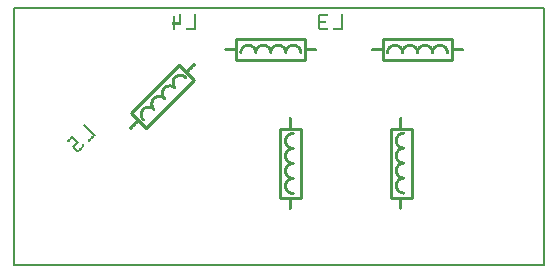
<source format=gbo>
G04 MADE WITH FRITZING*
G04 WWW.FRITZING.ORG*
G04 DOUBLE SIDED*
G04 HOLES PLATED*
G04 CONTOUR ON CENTER OF CONTOUR VECTOR*
%ASAXBY*%
%FSLAX23Y23*%
%MOIN*%
%OFA0B0*%
%SFA1.0B1.0*%
%ADD10R,1.771650X0.866142X1.755650X0.850142*%
%ADD11C,0.008000*%
%ADD12R,0.240000X0.080000X0.220000X0.060000*%
%ADD13C,0.010000*%
%ADD14R,0.080000X0.240000X0.060000X0.220000*%
%ADD15R,0.001000X0.001000*%
%LNSILK0*%
G90*
G70*
G54D11*
X4Y862D02*
X1768Y862D01*
X1768Y4D01*
X4Y4D01*
X4Y862D01*
D02*
G54D13*
X744Y757D02*
X974Y757D01*
X974Y687D01*
X744Y687D01*
X744Y757D01*
D02*
X1233Y757D02*
X1463Y757D01*
X1463Y687D01*
X1233Y687D01*
X1233Y757D01*
D02*
X1258Y459D02*
X1328Y459D01*
X1328Y229D01*
X1258Y229D01*
X1258Y459D01*
D02*
X888Y458D02*
X958Y458D01*
X958Y228D01*
X888Y228D01*
X888Y458D01*
D02*
X554Y672D02*
X604Y623D01*
X441Y460D01*
X392Y510D01*
X554Y672D01*
D02*
G54D15*
X554Y842D02*
X557Y842D01*
X606Y842D02*
X608Y842D01*
X1021Y842D02*
X1047Y842D01*
X1096Y842D02*
X1096Y842D01*
X553Y841D02*
X558Y841D01*
X605Y841D02*
X609Y841D01*
X1019Y841D02*
X1048Y841D01*
X1094Y841D02*
X1098Y841D01*
X553Y840D02*
X558Y840D01*
X604Y840D02*
X610Y840D01*
X1018Y840D02*
X1049Y840D01*
X1094Y840D02*
X1099Y840D01*
X553Y839D02*
X559Y839D01*
X604Y839D02*
X610Y839D01*
X1017Y839D02*
X1049Y839D01*
X1093Y839D02*
X1099Y839D01*
X553Y838D02*
X559Y838D01*
X604Y838D02*
X610Y838D01*
X1016Y838D02*
X1049Y838D01*
X1093Y838D02*
X1099Y838D01*
X553Y837D02*
X559Y837D01*
X604Y837D02*
X610Y837D01*
X1016Y837D02*
X1049Y837D01*
X1093Y837D02*
X1099Y837D01*
X534Y836D02*
X536Y836D01*
X553Y836D02*
X559Y836D01*
X604Y836D02*
X610Y836D01*
X1016Y836D02*
X1048Y836D01*
X1093Y836D02*
X1099Y836D01*
X533Y835D02*
X537Y835D01*
X553Y835D02*
X559Y835D01*
X604Y835D02*
X610Y835D01*
X1016Y835D02*
X1022Y835D01*
X1093Y835D02*
X1099Y835D01*
X532Y834D02*
X538Y834D01*
X553Y834D02*
X559Y834D01*
X604Y834D02*
X610Y834D01*
X1016Y834D02*
X1022Y834D01*
X1093Y834D02*
X1099Y834D01*
X532Y833D02*
X538Y833D01*
X553Y833D02*
X559Y833D01*
X604Y833D02*
X610Y833D01*
X1016Y833D02*
X1022Y833D01*
X1093Y833D02*
X1099Y833D01*
X532Y832D02*
X538Y832D01*
X553Y832D02*
X559Y832D01*
X604Y832D02*
X610Y832D01*
X1016Y832D02*
X1022Y832D01*
X1093Y832D02*
X1099Y832D01*
X532Y831D02*
X538Y831D01*
X553Y831D02*
X559Y831D01*
X604Y831D02*
X610Y831D01*
X1016Y831D02*
X1022Y831D01*
X1093Y831D02*
X1099Y831D01*
X532Y830D02*
X538Y830D01*
X553Y830D02*
X559Y830D01*
X604Y830D02*
X610Y830D01*
X1016Y830D02*
X1022Y830D01*
X1093Y830D02*
X1099Y830D01*
X532Y829D02*
X538Y829D01*
X553Y829D02*
X559Y829D01*
X604Y829D02*
X610Y829D01*
X1016Y829D02*
X1022Y829D01*
X1093Y829D02*
X1099Y829D01*
X532Y828D02*
X538Y828D01*
X553Y828D02*
X559Y828D01*
X604Y828D02*
X610Y828D01*
X1016Y828D02*
X1022Y828D01*
X1093Y828D02*
X1099Y828D01*
X532Y827D02*
X538Y827D01*
X553Y827D02*
X559Y827D01*
X604Y827D02*
X610Y827D01*
X1016Y827D02*
X1022Y827D01*
X1093Y827D02*
X1099Y827D01*
X532Y826D02*
X538Y826D01*
X553Y826D02*
X559Y826D01*
X604Y826D02*
X610Y826D01*
X1016Y826D02*
X1022Y826D01*
X1093Y826D02*
X1099Y826D01*
X532Y825D02*
X538Y825D01*
X553Y825D02*
X559Y825D01*
X604Y825D02*
X610Y825D01*
X1016Y825D02*
X1022Y825D01*
X1093Y825D02*
X1099Y825D01*
X532Y824D02*
X538Y824D01*
X553Y824D02*
X559Y824D01*
X604Y824D02*
X610Y824D01*
X1016Y824D02*
X1022Y824D01*
X1093Y824D02*
X1099Y824D01*
X532Y823D02*
X538Y823D01*
X553Y823D02*
X559Y823D01*
X604Y823D02*
X610Y823D01*
X1016Y823D02*
X1022Y823D01*
X1093Y823D02*
X1099Y823D01*
X532Y822D02*
X538Y822D01*
X553Y822D02*
X559Y822D01*
X604Y822D02*
X610Y822D01*
X1016Y822D02*
X1022Y822D01*
X1093Y822D02*
X1099Y822D01*
X532Y821D02*
X538Y821D01*
X553Y821D02*
X559Y821D01*
X604Y821D02*
X610Y821D01*
X1016Y821D02*
X1022Y821D01*
X1093Y821D02*
X1099Y821D01*
X532Y820D02*
X538Y820D01*
X553Y820D02*
X559Y820D01*
X604Y820D02*
X610Y820D01*
X1016Y820D02*
X1022Y820D01*
X1093Y820D02*
X1099Y820D01*
X532Y819D02*
X538Y819D01*
X553Y819D02*
X559Y819D01*
X604Y819D02*
X610Y819D01*
X1016Y819D02*
X1024Y819D01*
X1093Y819D02*
X1099Y819D01*
X532Y818D02*
X538Y818D01*
X553Y818D02*
X559Y818D01*
X604Y818D02*
X610Y818D01*
X1017Y818D02*
X1041Y818D01*
X1093Y818D02*
X1099Y818D01*
X532Y817D02*
X538Y817D01*
X553Y817D02*
X559Y817D01*
X604Y817D02*
X610Y817D01*
X1017Y817D02*
X1042Y817D01*
X1093Y817D02*
X1099Y817D01*
X532Y816D02*
X538Y816D01*
X553Y816D02*
X559Y816D01*
X604Y816D02*
X610Y816D01*
X1018Y816D02*
X1042Y816D01*
X1093Y816D02*
X1099Y816D01*
X532Y815D02*
X538Y815D01*
X553Y815D02*
X559Y815D01*
X604Y815D02*
X610Y815D01*
X1018Y815D02*
X1042Y815D01*
X1093Y815D02*
X1099Y815D01*
X532Y814D02*
X538Y814D01*
X553Y814D02*
X559Y814D01*
X604Y814D02*
X610Y814D01*
X1018Y814D02*
X1042Y814D01*
X1093Y814D02*
X1099Y814D01*
X531Y813D02*
X559Y813D01*
X604Y813D02*
X610Y813D01*
X1017Y813D02*
X1042Y813D01*
X1093Y813D02*
X1099Y813D01*
X529Y812D02*
X559Y812D01*
X604Y812D02*
X610Y812D01*
X1016Y812D02*
X1040Y812D01*
X1093Y812D02*
X1099Y812D01*
X529Y811D02*
X559Y811D01*
X604Y811D02*
X610Y811D01*
X1016Y811D02*
X1023Y811D01*
X1093Y811D02*
X1099Y811D01*
X528Y810D02*
X559Y810D01*
X604Y810D02*
X610Y810D01*
X1016Y810D02*
X1022Y810D01*
X1093Y810D02*
X1099Y810D01*
X528Y809D02*
X559Y809D01*
X604Y809D02*
X610Y809D01*
X1016Y809D02*
X1022Y809D01*
X1093Y809D02*
X1099Y809D01*
X529Y808D02*
X559Y808D01*
X604Y808D02*
X610Y808D01*
X1016Y808D02*
X1022Y808D01*
X1093Y808D02*
X1099Y808D01*
X530Y807D02*
X559Y807D01*
X604Y807D02*
X610Y807D01*
X1016Y807D02*
X1022Y807D01*
X1093Y807D02*
X1099Y807D01*
X532Y806D02*
X538Y806D01*
X604Y806D02*
X610Y806D01*
X1016Y806D02*
X1022Y806D01*
X1093Y806D02*
X1099Y806D01*
X532Y805D02*
X538Y805D01*
X604Y805D02*
X610Y805D01*
X1016Y805D02*
X1022Y805D01*
X1093Y805D02*
X1099Y805D01*
X532Y804D02*
X538Y804D01*
X604Y804D02*
X610Y804D01*
X1016Y804D02*
X1022Y804D01*
X1093Y804D02*
X1099Y804D01*
X532Y803D02*
X538Y803D01*
X604Y803D02*
X610Y803D01*
X1016Y803D02*
X1022Y803D01*
X1093Y803D02*
X1099Y803D01*
X532Y802D02*
X538Y802D01*
X604Y802D02*
X610Y802D01*
X1016Y802D02*
X1022Y802D01*
X1093Y802D02*
X1099Y802D01*
X532Y801D02*
X538Y801D01*
X604Y801D02*
X610Y801D01*
X1016Y801D02*
X1022Y801D01*
X1093Y801D02*
X1099Y801D01*
X532Y800D02*
X538Y800D01*
X604Y800D02*
X610Y800D01*
X1016Y800D02*
X1022Y800D01*
X1093Y800D02*
X1099Y800D01*
X532Y799D02*
X538Y799D01*
X604Y799D02*
X610Y799D01*
X1016Y799D02*
X1022Y799D01*
X1093Y799D02*
X1099Y799D01*
X532Y798D02*
X538Y798D01*
X604Y798D02*
X610Y798D01*
X1016Y798D02*
X1022Y798D01*
X1093Y798D02*
X1099Y798D01*
X532Y797D02*
X538Y797D01*
X604Y797D02*
X610Y797D01*
X1016Y797D02*
X1022Y797D01*
X1093Y797D02*
X1099Y797D01*
X532Y796D02*
X538Y796D01*
X604Y796D02*
X610Y796D01*
X1016Y796D02*
X1022Y796D01*
X1093Y796D02*
X1099Y796D01*
X532Y795D02*
X538Y795D01*
X579Y795D02*
X610Y795D01*
X1016Y795D02*
X1022Y795D01*
X1093Y795D02*
X1099Y795D01*
X532Y794D02*
X538Y794D01*
X577Y794D02*
X610Y794D01*
X1016Y794D02*
X1048Y794D01*
X1067Y794D02*
X1099Y794D01*
X532Y793D02*
X538Y793D01*
X577Y793D02*
X610Y793D01*
X1016Y793D02*
X1049Y793D01*
X1066Y793D02*
X1099Y793D01*
X532Y792D02*
X538Y792D01*
X577Y792D02*
X610Y792D01*
X1016Y792D02*
X1049Y792D01*
X1066Y792D02*
X1099Y792D01*
X532Y791D02*
X538Y791D01*
X577Y791D02*
X610Y791D01*
X1017Y791D02*
X1049Y791D01*
X1066Y791D02*
X1099Y791D01*
X532Y790D02*
X537Y790D01*
X577Y790D02*
X610Y790D01*
X1018Y790D02*
X1049Y790D01*
X1066Y790D02*
X1099Y790D01*
X533Y789D02*
X536Y789D01*
X578Y789D02*
X610Y789D01*
X1019Y789D02*
X1048Y789D01*
X1067Y789D02*
X1099Y789D01*
X1023Y788D02*
X1046Y788D01*
X1069Y788D02*
X1099Y788D01*
X778Y742D02*
X789Y742D01*
X828Y742D02*
X839Y742D01*
X878Y742D02*
X889Y742D01*
X928Y742D02*
X939Y742D01*
X1269Y742D02*
X1276Y742D01*
X1319Y742D02*
X1326Y742D01*
X1369Y742D02*
X1376Y742D01*
X1419Y742D02*
X1426Y742D01*
X775Y741D02*
X792Y741D01*
X825Y741D02*
X842Y741D01*
X875Y741D02*
X892Y741D01*
X924Y741D02*
X942Y741D01*
X1265Y741D02*
X1280Y741D01*
X1315Y741D02*
X1330Y741D01*
X1365Y741D02*
X1380Y741D01*
X1415Y741D02*
X1430Y741D01*
X772Y740D02*
X795Y740D01*
X822Y740D02*
X845Y740D01*
X872Y740D02*
X895Y740D01*
X922Y740D02*
X945Y740D01*
X1262Y740D02*
X1283Y740D01*
X1312Y740D02*
X1333Y740D01*
X1362Y740D02*
X1383Y740D01*
X1412Y740D02*
X1433Y740D01*
X770Y739D02*
X797Y739D01*
X820Y739D02*
X847Y739D01*
X870Y739D02*
X897Y739D01*
X920Y739D02*
X947Y739D01*
X1260Y739D02*
X1285Y739D01*
X1310Y739D02*
X1335Y739D01*
X1360Y739D02*
X1385Y739D01*
X1410Y739D02*
X1435Y739D01*
X768Y738D02*
X799Y738D01*
X818Y738D02*
X849Y738D01*
X868Y738D02*
X899Y738D01*
X918Y738D02*
X949Y738D01*
X1258Y738D02*
X1287Y738D01*
X1308Y738D02*
X1337Y738D01*
X1358Y738D02*
X1387Y738D01*
X1408Y738D02*
X1437Y738D01*
X767Y737D02*
X800Y737D01*
X817Y737D02*
X850Y737D01*
X867Y737D02*
X900Y737D01*
X917Y737D02*
X950Y737D01*
X1256Y737D02*
X1289Y737D01*
X1306Y737D02*
X1339Y737D01*
X1356Y737D02*
X1389Y737D01*
X1406Y737D02*
X1439Y737D01*
X765Y736D02*
X802Y736D01*
X815Y736D02*
X852Y736D01*
X865Y736D02*
X902Y736D01*
X915Y736D02*
X952Y736D01*
X1255Y736D02*
X1290Y736D01*
X1305Y736D02*
X1340Y736D01*
X1355Y736D02*
X1390Y736D01*
X1405Y736D02*
X1440Y736D01*
X764Y735D02*
X803Y735D01*
X814Y735D02*
X853Y735D01*
X864Y735D02*
X903Y735D01*
X914Y735D02*
X953Y735D01*
X1253Y735D02*
X1292Y735D01*
X1303Y735D02*
X1342Y735D01*
X1353Y735D02*
X1392Y735D01*
X1403Y735D02*
X1442Y735D01*
X763Y734D02*
X804Y734D01*
X813Y734D02*
X854Y734D01*
X863Y734D02*
X904Y734D01*
X913Y734D02*
X954Y734D01*
X1252Y734D02*
X1293Y734D01*
X1302Y734D02*
X1343Y734D01*
X1352Y734D02*
X1393Y734D01*
X1402Y734D02*
X1443Y734D01*
X762Y733D02*
X805Y733D01*
X812Y733D02*
X855Y733D01*
X862Y733D02*
X905Y733D01*
X912Y733D02*
X955Y733D01*
X1251Y733D02*
X1294Y733D01*
X1301Y733D02*
X1344Y733D01*
X1351Y733D02*
X1394Y733D01*
X1401Y733D02*
X1444Y733D01*
X761Y732D02*
X778Y732D01*
X789Y732D02*
X806Y732D01*
X811Y732D02*
X828Y732D01*
X839Y732D02*
X856Y732D01*
X861Y732D02*
X878Y732D01*
X889Y732D02*
X906Y732D01*
X911Y732D02*
X928Y732D01*
X939Y732D02*
X956Y732D01*
X1250Y732D02*
X1269Y732D01*
X1276Y732D02*
X1295Y732D01*
X1300Y732D02*
X1319Y732D01*
X1326Y732D02*
X1345Y732D01*
X1350Y732D02*
X1369Y732D01*
X1376Y732D02*
X1395Y732D01*
X1400Y732D02*
X1419Y732D01*
X1426Y732D02*
X1445Y732D01*
X760Y731D02*
X775Y731D01*
X792Y731D02*
X807Y731D01*
X810Y731D02*
X825Y731D01*
X842Y731D02*
X857Y731D01*
X860Y731D02*
X875Y731D01*
X892Y731D02*
X907Y731D01*
X910Y731D02*
X925Y731D01*
X942Y731D02*
X957Y731D01*
X1250Y731D02*
X1265Y731D01*
X1280Y731D02*
X1295Y731D01*
X1300Y731D02*
X1315Y731D01*
X1330Y731D02*
X1345Y731D01*
X1350Y731D02*
X1365Y731D01*
X1380Y731D02*
X1395Y731D01*
X1400Y731D02*
X1415Y731D01*
X1430Y731D02*
X1445Y731D01*
X760Y730D02*
X773Y730D01*
X794Y730D02*
X807Y730D01*
X810Y730D02*
X823Y730D01*
X844Y730D02*
X857Y730D01*
X860Y730D02*
X873Y730D01*
X894Y730D02*
X907Y730D01*
X910Y730D02*
X923Y730D01*
X944Y730D02*
X957Y730D01*
X1249Y730D02*
X1263Y730D01*
X1282Y730D02*
X1296Y730D01*
X1299Y730D02*
X1313Y730D01*
X1332Y730D02*
X1346Y730D01*
X1349Y730D02*
X1363Y730D01*
X1382Y730D02*
X1396Y730D01*
X1399Y730D02*
X1413Y730D01*
X1432Y730D02*
X1446Y730D01*
X759Y729D02*
X771Y729D01*
X795Y729D02*
X821Y729D01*
X845Y729D02*
X871Y729D01*
X895Y729D02*
X921Y729D01*
X945Y729D02*
X958Y729D01*
X1248Y729D02*
X1261Y729D01*
X1284Y729D02*
X1311Y729D01*
X1334Y729D02*
X1361Y729D01*
X1384Y729D02*
X1411Y729D01*
X1434Y729D02*
X1447Y729D01*
X758Y728D02*
X770Y728D01*
X797Y728D02*
X820Y728D01*
X847Y728D02*
X870Y728D01*
X897Y728D02*
X920Y728D01*
X947Y728D02*
X959Y728D01*
X1248Y728D02*
X1260Y728D01*
X1285Y728D02*
X1310Y728D01*
X1335Y728D02*
X1360Y728D01*
X1385Y728D02*
X1410Y728D01*
X1435Y728D02*
X1447Y728D01*
X707Y727D02*
X740Y727D01*
X758Y727D02*
X769Y727D01*
X798Y727D02*
X819Y727D01*
X848Y727D02*
X869Y727D01*
X898Y727D02*
X919Y727D01*
X948Y727D02*
X959Y727D01*
X977Y727D02*
X1010Y727D01*
X1197Y727D02*
X1229Y727D01*
X1247Y727D02*
X1259Y727D01*
X1286Y727D02*
X1309Y727D01*
X1336Y727D02*
X1359Y727D01*
X1386Y727D02*
X1408Y727D01*
X1436Y727D02*
X1448Y727D01*
X1466Y727D02*
X1498Y727D01*
X705Y726D02*
X742Y726D01*
X757Y726D02*
X768Y726D01*
X799Y726D02*
X818Y726D01*
X849Y726D02*
X868Y726D01*
X899Y726D02*
X918Y726D01*
X949Y726D02*
X960Y726D01*
X975Y726D02*
X1012Y726D01*
X1195Y726D02*
X1230Y726D01*
X1246Y726D02*
X1258Y726D01*
X1288Y726D02*
X1307Y726D01*
X1337Y726D02*
X1357Y726D01*
X1387Y726D02*
X1407Y726D01*
X1437Y726D02*
X1449Y726D01*
X1465Y726D02*
X1500Y726D01*
X705Y725D02*
X742Y725D01*
X757Y725D02*
X767Y725D01*
X800Y725D02*
X817Y725D01*
X850Y725D02*
X867Y725D01*
X900Y725D02*
X917Y725D01*
X950Y725D02*
X960Y725D01*
X975Y725D02*
X1012Y725D01*
X1194Y725D02*
X1231Y725D01*
X1246Y725D02*
X1257Y725D01*
X1288Y725D02*
X1307Y725D01*
X1338Y725D02*
X1357Y725D01*
X1388Y725D02*
X1407Y725D01*
X1438Y725D02*
X1449Y725D01*
X1464Y725D02*
X1501Y725D01*
X704Y724D02*
X743Y724D01*
X756Y724D02*
X767Y724D01*
X800Y724D02*
X816Y724D01*
X850Y724D02*
X866Y724D01*
X900Y724D02*
X916Y724D01*
X950Y724D02*
X961Y724D01*
X974Y724D02*
X1013Y724D01*
X1193Y724D02*
X1232Y724D01*
X1246Y724D02*
X1256Y724D01*
X1289Y724D02*
X1306Y724D01*
X1339Y724D02*
X1356Y724D01*
X1389Y724D02*
X1406Y724D01*
X1439Y724D02*
X1449Y724D01*
X1463Y724D02*
X1502Y724D01*
X704Y723D02*
X743Y723D01*
X756Y723D02*
X766Y723D01*
X801Y723D02*
X816Y723D01*
X851Y723D02*
X866Y723D01*
X901Y723D02*
X916Y723D01*
X951Y723D02*
X961Y723D01*
X974Y723D02*
X1013Y723D01*
X1193Y723D02*
X1232Y723D01*
X1245Y723D02*
X1255Y723D01*
X1290Y723D02*
X1305Y723D01*
X1340Y723D02*
X1355Y723D01*
X1390Y723D02*
X1405Y723D01*
X1440Y723D02*
X1450Y723D01*
X1463Y723D02*
X1502Y723D01*
X704Y722D02*
X743Y722D01*
X756Y722D02*
X765Y722D01*
X802Y722D02*
X815Y722D01*
X852Y722D02*
X865Y722D01*
X902Y722D02*
X915Y722D01*
X952Y722D02*
X961Y722D01*
X974Y722D02*
X1013Y722D01*
X1193Y722D02*
X1232Y722D01*
X1245Y722D02*
X1255Y722D01*
X1290Y722D02*
X1305Y722D01*
X1340Y722D02*
X1355Y722D01*
X1390Y722D02*
X1404Y722D01*
X1440Y722D02*
X1450Y722D01*
X1463Y722D02*
X1502Y722D01*
X704Y721D02*
X743Y721D01*
X755Y721D02*
X765Y721D01*
X802Y721D02*
X815Y721D01*
X852Y721D02*
X865Y721D01*
X902Y721D02*
X915Y721D01*
X952Y721D02*
X962Y721D01*
X974Y721D02*
X1013Y721D01*
X1193Y721D02*
X1232Y721D01*
X1244Y721D02*
X1254Y721D01*
X1291Y721D02*
X1304Y721D01*
X1341Y721D02*
X1354Y721D01*
X1391Y721D02*
X1404Y721D01*
X1441Y721D02*
X1451Y721D01*
X1463Y721D02*
X1502Y721D01*
X705Y720D02*
X742Y720D01*
X755Y720D02*
X764Y720D01*
X803Y720D02*
X814Y720D01*
X853Y720D02*
X864Y720D01*
X903Y720D02*
X914Y720D01*
X953Y720D02*
X962Y720D01*
X975Y720D02*
X1012Y720D01*
X1194Y720D02*
X1231Y720D01*
X1244Y720D02*
X1253Y720D01*
X1292Y720D02*
X1303Y720D01*
X1342Y720D02*
X1353Y720D01*
X1392Y720D02*
X1403Y720D01*
X1441Y720D02*
X1451Y720D01*
X1464Y720D02*
X1501Y720D01*
X706Y719D02*
X741Y719D01*
X755Y719D02*
X764Y719D01*
X803Y719D02*
X814Y719D01*
X853Y719D02*
X864Y719D01*
X903Y719D02*
X914Y719D01*
X953Y719D02*
X962Y719D01*
X976Y719D02*
X1011Y719D01*
X1194Y719D02*
X1231Y719D01*
X1244Y719D02*
X1253Y719D01*
X1292Y719D02*
X1303Y719D01*
X1342Y719D02*
X1353Y719D01*
X1392Y719D02*
X1403Y719D01*
X1442Y719D02*
X1451Y719D01*
X1464Y719D02*
X1501Y719D01*
X707Y718D02*
X740Y718D01*
X755Y718D02*
X764Y718D01*
X803Y718D02*
X814Y718D01*
X853Y718D02*
X864Y718D01*
X903Y718D02*
X914Y718D01*
X953Y718D02*
X962Y718D01*
X977Y718D02*
X1010Y718D01*
X1196Y718D02*
X1229Y718D01*
X1244Y718D02*
X1253Y718D01*
X1292Y718D02*
X1303Y718D01*
X1342Y718D02*
X1353Y718D01*
X1392Y718D02*
X1403Y718D01*
X1442Y718D02*
X1451Y718D01*
X1466Y718D02*
X1499Y718D01*
X754Y717D02*
X763Y717D01*
X804Y717D02*
X813Y717D01*
X854Y717D02*
X863Y717D01*
X903Y717D02*
X913Y717D01*
X953Y717D02*
X963Y717D01*
X1243Y717D02*
X1253Y717D01*
X1292Y717D02*
X1303Y717D01*
X1342Y717D02*
X1353Y717D01*
X1392Y717D02*
X1403Y717D01*
X1442Y717D02*
X1452Y717D01*
X754Y716D02*
X763Y716D01*
X804Y716D02*
X813Y716D01*
X854Y716D02*
X863Y716D01*
X904Y716D02*
X913Y716D01*
X954Y716D02*
X963Y716D01*
X1243Y716D02*
X1252Y716D01*
X1293Y716D02*
X1302Y716D01*
X1343Y716D02*
X1352Y716D01*
X1393Y716D02*
X1402Y716D01*
X1443Y716D02*
X1452Y716D01*
X754Y715D02*
X763Y715D01*
X804Y715D02*
X813Y715D01*
X854Y715D02*
X863Y715D01*
X904Y715D02*
X913Y715D01*
X954Y715D02*
X963Y715D01*
X1243Y715D02*
X1252Y715D01*
X1293Y715D02*
X1302Y715D01*
X1343Y715D02*
X1352Y715D01*
X1393Y715D02*
X1402Y715D01*
X1443Y715D02*
X1452Y715D01*
X754Y714D02*
X763Y714D01*
X804Y714D02*
X813Y714D01*
X854Y714D02*
X863Y714D01*
X904Y714D02*
X913Y714D01*
X954Y714D02*
X963Y714D01*
X1243Y714D02*
X1252Y714D01*
X1293Y714D02*
X1302Y714D01*
X1343Y714D02*
X1352Y714D01*
X1393Y714D02*
X1402Y714D01*
X1443Y714D02*
X1452Y714D01*
X754Y713D02*
X763Y713D01*
X804Y713D02*
X813Y713D01*
X854Y713D02*
X863Y713D01*
X904Y713D02*
X913Y713D01*
X954Y713D02*
X963Y713D01*
X1243Y713D02*
X1252Y713D01*
X1293Y713D02*
X1302Y713D01*
X1343Y713D02*
X1352Y713D01*
X1393Y713D02*
X1402Y713D01*
X1443Y713D02*
X1452Y713D01*
X754Y712D02*
X763Y712D01*
X804Y712D02*
X813Y712D01*
X854Y712D02*
X863Y712D01*
X904Y712D02*
X913Y712D01*
X954Y712D02*
X963Y712D01*
X1243Y712D02*
X1252Y712D01*
X1293Y712D02*
X1302Y712D01*
X1343Y712D02*
X1352Y712D01*
X1393Y712D02*
X1402Y712D01*
X1443Y712D02*
X1452Y712D01*
X754Y711D02*
X763Y711D01*
X804Y711D02*
X813Y711D01*
X854Y711D02*
X863Y711D01*
X904Y711D02*
X913Y711D01*
X954Y711D02*
X963Y711D01*
X1243Y711D02*
X1252Y711D01*
X1293Y711D02*
X1302Y711D01*
X1343Y711D02*
X1352Y711D01*
X1393Y711D02*
X1402Y711D01*
X1443Y711D02*
X1452Y711D01*
X755Y710D02*
X762Y710D01*
X805Y710D02*
X812Y710D01*
X855Y710D02*
X862Y710D01*
X905Y710D02*
X912Y710D01*
X955Y710D02*
X962Y710D01*
X1244Y710D02*
X1251Y710D01*
X1294Y710D02*
X1301Y710D01*
X1344Y710D02*
X1351Y710D01*
X1394Y710D02*
X1401Y710D01*
X1444Y710D02*
X1451Y710D01*
X756Y709D02*
X761Y709D01*
X806Y709D02*
X811Y709D01*
X856Y709D02*
X861Y709D01*
X906Y709D02*
X911Y709D01*
X956Y709D02*
X961Y709D01*
X1244Y709D02*
X1251Y709D01*
X1294Y709D02*
X1301Y709D01*
X1344Y709D02*
X1351Y709D01*
X1394Y709D02*
X1401Y709D01*
X1444Y709D02*
X1451Y709D01*
X757Y708D02*
X760Y708D01*
X807Y708D02*
X810Y708D01*
X857Y708D02*
X860Y708D01*
X907Y708D02*
X910Y708D01*
X957Y708D02*
X960Y708D01*
X1246Y708D02*
X1249Y708D01*
X1296Y708D02*
X1299Y708D01*
X1346Y708D02*
X1349Y708D01*
X1396Y708D02*
X1399Y708D01*
X1446Y708D02*
X1449Y708D01*
X601Y677D02*
X605Y677D01*
X600Y676D02*
X606Y676D01*
X599Y675D02*
X607Y675D01*
X598Y674D02*
X607Y674D01*
X597Y673D02*
X607Y673D01*
X596Y672D02*
X607Y672D01*
X595Y671D02*
X607Y671D01*
X594Y670D02*
X607Y670D01*
X593Y669D02*
X606Y669D01*
X592Y668D02*
X605Y668D01*
X591Y667D02*
X604Y667D01*
X590Y666D02*
X603Y666D01*
X589Y665D02*
X602Y665D01*
X588Y664D02*
X601Y664D01*
X587Y663D02*
X600Y663D01*
X586Y662D02*
X599Y662D01*
X585Y661D02*
X598Y661D01*
X584Y660D02*
X597Y660D01*
X583Y659D02*
X596Y659D01*
X582Y658D02*
X595Y658D01*
X581Y657D02*
X594Y657D01*
X580Y656D02*
X593Y656D01*
X579Y655D02*
X592Y655D01*
X578Y654D02*
X591Y654D01*
X578Y653D02*
X590Y653D01*
X577Y652D02*
X589Y652D01*
X577Y651D02*
X588Y651D01*
X578Y650D02*
X587Y650D01*
X578Y649D02*
X586Y649D01*
X579Y648D02*
X585Y648D01*
X580Y647D02*
X583Y647D01*
X552Y642D02*
X562Y642D01*
X548Y641D02*
X566Y641D01*
X546Y640D02*
X568Y640D01*
X544Y639D02*
X571Y639D01*
X542Y638D02*
X572Y638D01*
X540Y637D02*
X574Y637D01*
X539Y636D02*
X575Y636D01*
X538Y635D02*
X576Y635D01*
X537Y634D02*
X578Y634D01*
X536Y633D02*
X578Y633D01*
X535Y632D02*
X552Y632D01*
X562Y632D02*
X579Y632D01*
X534Y631D02*
X549Y631D01*
X566Y631D02*
X579Y631D01*
X533Y630D02*
X547Y630D01*
X567Y630D02*
X579Y630D01*
X533Y629D02*
X545Y629D01*
X569Y629D02*
X579Y629D01*
X532Y628D02*
X544Y628D01*
X570Y628D02*
X579Y628D01*
X531Y627D02*
X543Y627D01*
X571Y627D02*
X578Y627D01*
X531Y626D02*
X542Y626D01*
X573Y626D02*
X577Y626D01*
X530Y625D02*
X541Y625D01*
X530Y624D02*
X540Y624D01*
X530Y623D02*
X540Y623D01*
X529Y622D02*
X539Y622D01*
X529Y621D02*
X538Y621D01*
X529Y620D02*
X538Y620D01*
X528Y619D02*
X538Y619D01*
X528Y618D02*
X537Y618D01*
X528Y617D02*
X537Y617D01*
X528Y616D02*
X537Y616D01*
X528Y615D02*
X537Y615D01*
X528Y614D02*
X537Y614D01*
X528Y613D02*
X537Y613D01*
X528Y612D02*
X537Y612D01*
X528Y611D02*
X537Y611D01*
X528Y610D02*
X537Y610D01*
X528Y609D02*
X537Y609D01*
X528Y608D02*
X537Y608D01*
X519Y607D02*
X525Y607D01*
X528Y607D02*
X537Y607D01*
X514Y606D02*
X538Y606D01*
X511Y605D02*
X538Y605D01*
X509Y604D02*
X539Y604D01*
X507Y603D02*
X539Y603D01*
X505Y602D02*
X540Y602D01*
X504Y601D02*
X540Y601D01*
X503Y600D02*
X541Y600D01*
X502Y599D02*
X542Y599D01*
X501Y598D02*
X543Y598D01*
X500Y597D02*
X519Y597D01*
X525Y597D02*
X543Y597D01*
X499Y596D02*
X514Y596D01*
X529Y596D02*
X544Y596D01*
X498Y595D02*
X512Y595D01*
X531Y595D02*
X544Y595D01*
X497Y594D02*
X510Y594D01*
X533Y594D02*
X544Y594D01*
X497Y593D02*
X509Y593D01*
X534Y593D02*
X543Y593D01*
X496Y592D02*
X508Y592D01*
X536Y592D02*
X543Y592D01*
X496Y591D02*
X507Y591D01*
X537Y591D02*
X542Y591D01*
X495Y590D02*
X506Y590D01*
X539Y590D02*
X539Y590D01*
X495Y589D02*
X505Y589D01*
X494Y588D02*
X504Y588D01*
X494Y587D02*
X504Y587D01*
X494Y586D02*
X503Y586D01*
X493Y585D02*
X503Y585D01*
X493Y584D02*
X502Y584D01*
X493Y583D02*
X502Y583D01*
X493Y582D02*
X502Y582D01*
X493Y581D02*
X502Y581D01*
X492Y580D02*
X501Y580D01*
X492Y579D02*
X501Y579D01*
X492Y578D02*
X501Y578D01*
X492Y577D02*
X501Y577D01*
X492Y576D02*
X501Y576D01*
X492Y575D02*
X501Y575D01*
X492Y574D02*
X502Y574D01*
X493Y573D02*
X502Y573D01*
X493Y572D02*
X502Y572D01*
X480Y571D02*
X502Y571D01*
X477Y570D02*
X503Y570D01*
X474Y569D02*
X503Y569D01*
X472Y568D02*
X504Y568D01*
X471Y567D02*
X504Y567D01*
X469Y566D02*
X505Y566D01*
X468Y565D02*
X506Y565D01*
X467Y564D02*
X506Y564D01*
X466Y563D02*
X507Y563D01*
X465Y562D02*
X508Y562D01*
X464Y561D02*
X480Y561D01*
X493Y561D02*
X508Y561D01*
X463Y560D02*
X477Y560D01*
X495Y560D02*
X509Y560D01*
X462Y559D02*
X476Y559D01*
X497Y559D02*
X508Y559D01*
X462Y558D02*
X474Y558D01*
X499Y558D02*
X508Y558D01*
X461Y557D02*
X473Y557D01*
X500Y557D02*
X508Y557D01*
X461Y556D02*
X472Y556D01*
X501Y556D02*
X507Y556D01*
X460Y555D02*
X471Y555D01*
X503Y555D02*
X506Y555D01*
X460Y554D02*
X470Y554D01*
X459Y553D02*
X469Y553D01*
X459Y552D02*
X469Y552D01*
X458Y551D02*
X468Y551D01*
X458Y550D02*
X468Y550D01*
X458Y549D02*
X467Y549D01*
X458Y548D02*
X467Y548D01*
X457Y547D02*
X467Y547D01*
X457Y546D02*
X466Y546D01*
X457Y545D02*
X466Y545D01*
X457Y544D02*
X466Y544D01*
X457Y543D02*
X466Y543D01*
X457Y542D02*
X466Y542D01*
X457Y541D02*
X466Y541D01*
X457Y540D02*
X466Y540D01*
X457Y539D02*
X466Y539D01*
X457Y538D02*
X466Y538D01*
X457Y537D02*
X467Y537D01*
X446Y536D02*
X456Y536D01*
X458Y536D02*
X467Y536D01*
X442Y535D02*
X467Y535D01*
X440Y534D02*
X467Y534D01*
X438Y533D02*
X468Y533D01*
X436Y532D02*
X469Y532D01*
X434Y531D02*
X469Y531D01*
X433Y530D02*
X470Y530D01*
X432Y529D02*
X471Y529D01*
X431Y528D02*
X472Y528D01*
X430Y527D02*
X472Y527D01*
X429Y526D02*
X446Y526D01*
X456Y526D02*
X473Y526D01*
X428Y525D02*
X443Y525D01*
X459Y525D02*
X473Y525D01*
X427Y524D02*
X441Y524D01*
X461Y524D02*
X473Y524D01*
X427Y523D02*
X439Y523D01*
X463Y523D02*
X473Y523D01*
X426Y522D02*
X438Y522D01*
X464Y522D02*
X473Y522D01*
X425Y521D02*
X437Y521D01*
X465Y521D02*
X472Y521D01*
X425Y520D02*
X436Y520D01*
X467Y520D02*
X471Y520D01*
X424Y519D02*
X435Y519D01*
X424Y518D02*
X434Y518D01*
X424Y517D02*
X434Y517D01*
X423Y516D02*
X433Y516D01*
X423Y515D02*
X432Y515D01*
X423Y514D02*
X432Y514D01*
X422Y513D02*
X432Y513D01*
X422Y512D02*
X431Y512D01*
X422Y511D02*
X431Y511D01*
X422Y510D02*
X431Y510D01*
X422Y509D02*
X431Y509D01*
X422Y508D02*
X431Y508D01*
X422Y507D02*
X431Y507D01*
X422Y506D02*
X431Y506D01*
X422Y505D02*
X431Y505D01*
X422Y504D02*
X431Y504D01*
X422Y503D02*
X431Y503D01*
X422Y502D02*
X431Y502D01*
X422Y501D02*
X431Y501D01*
X422Y500D02*
X432Y500D01*
X423Y499D02*
X432Y499D01*
X1290Y499D02*
X1293Y499D01*
X423Y498D02*
X432Y498D01*
X921Y498D02*
X924Y498D01*
X1288Y498D02*
X1295Y498D01*
X423Y497D02*
X433Y497D01*
X919Y497D02*
X925Y497D01*
X1288Y497D02*
X1295Y497D01*
X424Y496D02*
X434Y496D01*
X919Y496D02*
X926Y496D01*
X1287Y496D02*
X1296Y496D01*
X424Y495D02*
X434Y495D01*
X918Y495D02*
X926Y495D01*
X1287Y495D02*
X1296Y495D01*
X424Y494D02*
X435Y494D01*
X918Y494D02*
X927Y494D01*
X1287Y494D02*
X1296Y494D01*
X425Y493D02*
X436Y493D01*
X918Y493D02*
X927Y493D01*
X1287Y493D02*
X1296Y493D01*
X425Y492D02*
X437Y492D01*
X918Y492D02*
X927Y492D01*
X1287Y492D02*
X1296Y492D01*
X426Y491D02*
X437Y491D01*
X918Y491D02*
X927Y491D01*
X1287Y491D02*
X1296Y491D01*
X427Y490D02*
X438Y490D01*
X918Y490D02*
X927Y490D01*
X1287Y490D02*
X1296Y490D01*
X427Y489D02*
X438Y489D01*
X918Y489D02*
X927Y489D01*
X1287Y489D02*
X1296Y489D01*
X428Y488D02*
X438Y488D01*
X918Y488D02*
X927Y488D01*
X1287Y488D02*
X1296Y488D01*
X429Y487D02*
X437Y487D01*
X918Y487D02*
X927Y487D01*
X1287Y487D02*
X1296Y487D01*
X410Y486D02*
X414Y486D01*
X430Y486D02*
X437Y486D01*
X918Y486D02*
X927Y486D01*
X1287Y486D02*
X1296Y486D01*
X409Y485D02*
X415Y485D01*
X431Y485D02*
X436Y485D01*
X918Y485D02*
X927Y485D01*
X1287Y485D02*
X1296Y485D01*
X408Y484D02*
X416Y484D01*
X433Y484D02*
X434Y484D01*
X918Y484D02*
X927Y484D01*
X1287Y484D02*
X1296Y484D01*
X407Y483D02*
X416Y483D01*
X918Y483D02*
X927Y483D01*
X1287Y483D02*
X1296Y483D01*
X406Y482D02*
X417Y482D01*
X918Y482D02*
X927Y482D01*
X1287Y482D02*
X1296Y482D01*
X405Y481D02*
X417Y481D01*
X918Y481D02*
X927Y481D01*
X1287Y481D02*
X1296Y481D01*
X404Y480D02*
X416Y480D01*
X918Y480D02*
X927Y480D01*
X1287Y480D02*
X1296Y480D01*
X403Y479D02*
X416Y479D01*
X918Y479D02*
X927Y479D01*
X1287Y479D02*
X1296Y479D01*
X402Y478D02*
X415Y478D01*
X918Y478D02*
X927Y478D01*
X1287Y478D02*
X1296Y478D01*
X401Y477D02*
X414Y477D01*
X918Y477D02*
X927Y477D01*
X1287Y477D02*
X1296Y477D01*
X400Y476D02*
X413Y476D01*
X918Y476D02*
X927Y476D01*
X1287Y476D02*
X1296Y476D01*
X399Y475D02*
X412Y475D01*
X918Y475D02*
X927Y475D01*
X1287Y475D02*
X1296Y475D01*
X236Y474D02*
X239Y474D01*
X398Y474D02*
X411Y474D01*
X918Y474D02*
X927Y474D01*
X1287Y474D02*
X1296Y474D01*
X235Y473D02*
X240Y473D01*
X397Y473D02*
X410Y473D01*
X918Y473D02*
X927Y473D01*
X1287Y473D02*
X1296Y473D01*
X234Y472D02*
X241Y472D01*
X396Y472D02*
X409Y472D01*
X918Y472D02*
X927Y472D01*
X1287Y472D02*
X1296Y472D01*
X234Y471D02*
X242Y471D01*
X395Y471D02*
X408Y471D01*
X918Y471D02*
X927Y471D01*
X1287Y471D02*
X1296Y471D01*
X234Y470D02*
X243Y470D01*
X394Y470D02*
X407Y470D01*
X918Y470D02*
X927Y470D01*
X1287Y470D02*
X1296Y470D01*
X235Y469D02*
X244Y469D01*
X393Y469D02*
X406Y469D01*
X918Y469D02*
X927Y469D01*
X1287Y469D02*
X1296Y469D01*
X236Y468D02*
X245Y468D01*
X392Y468D02*
X405Y468D01*
X918Y468D02*
X927Y468D01*
X1287Y468D02*
X1296Y468D01*
X237Y467D02*
X246Y467D01*
X391Y467D02*
X404Y467D01*
X918Y467D02*
X927Y467D01*
X1287Y467D02*
X1296Y467D01*
X238Y466D02*
X247Y466D01*
X390Y466D02*
X403Y466D01*
X918Y466D02*
X927Y466D01*
X1287Y466D02*
X1296Y466D01*
X239Y465D02*
X248Y465D01*
X389Y465D02*
X402Y465D01*
X918Y465D02*
X927Y465D01*
X1287Y465D02*
X1296Y465D01*
X240Y464D02*
X249Y464D01*
X388Y464D02*
X401Y464D01*
X918Y464D02*
X927Y464D01*
X1287Y464D02*
X1296Y464D01*
X241Y463D02*
X250Y463D01*
X387Y463D02*
X400Y463D01*
X918Y463D02*
X927Y463D01*
X1287Y463D02*
X1296Y463D01*
X242Y462D02*
X251Y462D01*
X387Y462D02*
X399Y462D01*
X918Y462D02*
X926Y462D01*
X1288Y462D02*
X1295Y462D01*
X243Y461D02*
X252Y461D01*
X387Y461D02*
X398Y461D01*
X918Y461D02*
X926Y461D01*
X1289Y461D02*
X1294Y461D01*
X244Y460D02*
X253Y460D01*
X387Y460D02*
X397Y460D01*
X919Y460D02*
X925Y460D01*
X1290Y460D02*
X1293Y460D01*
X245Y459D02*
X254Y459D01*
X387Y459D02*
X396Y459D01*
X921Y459D02*
X924Y459D01*
X246Y458D02*
X255Y458D01*
X387Y458D02*
X395Y458D01*
X247Y457D02*
X256Y457D01*
X388Y457D02*
X394Y457D01*
X248Y456D02*
X257Y456D01*
X390Y456D02*
X392Y456D01*
X249Y455D02*
X258Y455D01*
X250Y454D02*
X259Y454D01*
X251Y453D02*
X260Y453D01*
X252Y452D02*
X261Y452D01*
X253Y451D02*
X262Y451D01*
X254Y450D02*
X263Y450D01*
X255Y449D02*
X264Y449D01*
X1296Y449D02*
X1303Y449D01*
X256Y448D02*
X265Y448D01*
X928Y448D02*
X934Y448D01*
X1293Y448D02*
X1305Y448D01*
X257Y447D02*
X266Y447D01*
X924Y447D02*
X935Y447D01*
X1290Y447D02*
X1305Y447D01*
X258Y446D02*
X267Y446D01*
X921Y446D02*
X936Y446D01*
X1288Y446D02*
X1306Y446D01*
X259Y445D02*
X268Y445D01*
X919Y445D02*
X936Y445D01*
X1286Y445D02*
X1306Y445D01*
X260Y444D02*
X269Y444D01*
X917Y444D02*
X937Y444D01*
X1285Y444D02*
X1306Y444D01*
X261Y443D02*
X270Y443D01*
X916Y443D02*
X937Y443D01*
X1283Y443D02*
X1306Y443D01*
X262Y442D02*
X271Y442D01*
X914Y442D02*
X936Y442D01*
X1282Y442D02*
X1305Y442D01*
X263Y441D02*
X272Y441D01*
X913Y441D02*
X936Y441D01*
X1281Y441D02*
X1304Y441D01*
X264Y440D02*
X273Y440D01*
X912Y440D02*
X935Y440D01*
X1280Y440D02*
X1303Y440D01*
X265Y439D02*
X274Y439D01*
X911Y439D02*
X934Y439D01*
X1279Y439D02*
X1296Y439D01*
X266Y438D02*
X275Y438D01*
X910Y438D02*
X927Y438D01*
X1278Y438D02*
X1293Y438D01*
X265Y437D02*
X274Y437D01*
X909Y437D02*
X924Y437D01*
X1278Y437D02*
X1291Y437D01*
X264Y436D02*
X273Y436D01*
X909Y436D02*
X922Y436D01*
X1277Y436D02*
X1290Y436D01*
X196Y435D02*
X197Y435D01*
X263Y435D02*
X272Y435D01*
X908Y435D02*
X920Y435D01*
X1276Y435D02*
X1288Y435D01*
X195Y434D02*
X198Y434D01*
X262Y434D02*
X271Y434D01*
X907Y434D02*
X919Y434D01*
X1276Y434D02*
X1287Y434D01*
X194Y433D02*
X199Y433D01*
X261Y433D02*
X270Y433D01*
X907Y433D02*
X918Y433D01*
X1275Y433D02*
X1286Y433D01*
X193Y432D02*
X200Y432D01*
X260Y432D02*
X269Y432D01*
X906Y432D02*
X917Y432D01*
X1275Y432D02*
X1285Y432D01*
X192Y431D02*
X201Y431D01*
X259Y431D02*
X268Y431D01*
X906Y431D02*
X916Y431D01*
X1274Y431D02*
X1285Y431D01*
X191Y430D02*
X202Y430D01*
X258Y430D02*
X267Y430D01*
X905Y430D02*
X915Y430D01*
X1274Y430D02*
X1284Y430D01*
X190Y429D02*
X203Y429D01*
X257Y429D02*
X266Y429D01*
X905Y429D02*
X915Y429D01*
X1274Y429D02*
X1283Y429D01*
X189Y428D02*
X204Y428D01*
X256Y428D02*
X265Y428D01*
X904Y428D02*
X914Y428D01*
X1273Y428D02*
X1283Y428D01*
X188Y427D02*
X205Y427D01*
X255Y427D02*
X264Y427D01*
X904Y427D02*
X914Y427D01*
X1273Y427D02*
X1282Y427D01*
X187Y426D02*
X206Y426D01*
X254Y426D02*
X263Y426D01*
X904Y426D02*
X913Y426D01*
X1273Y426D02*
X1282Y426D01*
X186Y425D02*
X195Y425D01*
X198Y425D02*
X207Y425D01*
X253Y425D02*
X262Y425D01*
X904Y425D02*
X913Y425D01*
X1273Y425D02*
X1282Y425D01*
X185Y424D02*
X194Y424D01*
X199Y424D02*
X208Y424D01*
X252Y424D02*
X261Y424D01*
X903Y424D02*
X913Y424D01*
X1272Y424D02*
X1281Y424D01*
X184Y423D02*
X193Y423D01*
X200Y423D02*
X209Y423D01*
X251Y423D02*
X260Y423D01*
X903Y423D02*
X912Y423D01*
X1272Y423D02*
X1281Y423D01*
X183Y422D02*
X192Y422D01*
X201Y422D02*
X210Y422D01*
X250Y422D02*
X259Y422D01*
X903Y422D02*
X912Y422D01*
X1272Y422D02*
X1281Y422D01*
X182Y421D02*
X191Y421D01*
X202Y421D02*
X211Y421D01*
X249Y421D02*
X258Y421D01*
X903Y421D02*
X912Y421D01*
X1272Y421D02*
X1281Y421D01*
X181Y420D02*
X190Y420D01*
X203Y420D02*
X212Y420D01*
X248Y420D02*
X257Y420D01*
X903Y420D02*
X912Y420D01*
X1272Y420D02*
X1281Y420D01*
X181Y419D02*
X189Y419D01*
X204Y419D02*
X213Y419D01*
X248Y419D02*
X256Y419D01*
X903Y419D02*
X912Y419D01*
X1272Y419D02*
X1281Y419D01*
X180Y418D02*
X188Y418D01*
X205Y418D02*
X214Y418D01*
X248Y418D02*
X255Y418D01*
X903Y418D02*
X912Y418D01*
X1272Y418D02*
X1281Y418D01*
X179Y417D02*
X187Y417D01*
X206Y417D02*
X215Y417D01*
X248Y417D02*
X254Y417D01*
X903Y417D02*
X912Y417D01*
X1272Y417D02*
X1281Y417D01*
X179Y416D02*
X186Y416D01*
X207Y416D02*
X216Y416D01*
X249Y416D02*
X253Y416D01*
X903Y416D02*
X912Y416D01*
X1272Y416D02*
X1281Y416D01*
X180Y415D02*
X185Y415D01*
X208Y415D02*
X217Y415D01*
X251Y415D02*
X251Y415D01*
X903Y415D02*
X912Y415D01*
X1272Y415D02*
X1282Y415D01*
X180Y414D02*
X184Y414D01*
X209Y414D02*
X218Y414D01*
X903Y414D02*
X912Y414D01*
X1273Y414D02*
X1282Y414D01*
X182Y413D02*
X183Y413D01*
X208Y413D02*
X217Y413D01*
X903Y413D02*
X913Y413D01*
X1273Y413D02*
X1282Y413D01*
X207Y412D02*
X216Y412D01*
X904Y412D02*
X913Y412D01*
X1273Y412D02*
X1282Y412D01*
X206Y411D02*
X215Y411D01*
X904Y411D02*
X913Y411D01*
X1273Y411D02*
X1283Y411D01*
X205Y410D02*
X214Y410D01*
X904Y410D02*
X914Y410D01*
X1274Y410D02*
X1283Y410D01*
X204Y409D02*
X213Y409D01*
X904Y409D02*
X914Y409D01*
X1274Y409D02*
X1284Y409D01*
X203Y408D02*
X212Y408D01*
X233Y408D02*
X233Y408D01*
X905Y408D02*
X915Y408D01*
X1274Y408D02*
X1285Y408D01*
X202Y407D02*
X211Y407D01*
X231Y407D02*
X235Y407D01*
X905Y407D02*
X915Y407D01*
X1275Y407D02*
X1286Y407D01*
X201Y406D02*
X210Y406D01*
X230Y406D02*
X236Y406D01*
X906Y406D02*
X916Y406D01*
X1275Y406D02*
X1286Y406D01*
X200Y405D02*
X209Y405D01*
X230Y405D02*
X236Y405D01*
X906Y405D02*
X917Y405D01*
X1276Y405D02*
X1287Y405D01*
X199Y404D02*
X208Y404D01*
X230Y404D02*
X236Y404D01*
X907Y404D02*
X918Y404D01*
X1277Y404D02*
X1289Y404D01*
X198Y403D02*
X207Y403D01*
X229Y403D02*
X236Y403D01*
X907Y403D02*
X919Y403D01*
X1277Y403D02*
X1290Y403D01*
X198Y402D02*
X206Y402D01*
X229Y402D02*
X235Y402D01*
X908Y402D02*
X920Y402D01*
X1278Y402D02*
X1292Y402D01*
X198Y401D02*
X205Y401D01*
X228Y401D02*
X235Y401D01*
X908Y401D02*
X922Y401D01*
X1279Y401D02*
X1293Y401D01*
X197Y400D02*
X204Y400D01*
X228Y400D02*
X235Y400D01*
X909Y400D02*
X924Y400D01*
X1279Y400D02*
X1297Y400D01*
X198Y399D02*
X204Y399D01*
X227Y399D02*
X234Y399D01*
X910Y399D02*
X927Y399D01*
X1280Y399D02*
X1303Y399D01*
X198Y398D02*
X205Y398D01*
X226Y398D02*
X234Y398D01*
X911Y398D02*
X934Y398D01*
X1281Y398D02*
X1305Y398D01*
X198Y397D02*
X206Y397D01*
X225Y397D02*
X233Y397D01*
X912Y397D02*
X935Y397D01*
X1282Y397D02*
X1305Y397D01*
X198Y396D02*
X207Y396D01*
X224Y396D02*
X233Y396D01*
X913Y396D02*
X936Y396D01*
X1284Y396D02*
X1306Y396D01*
X199Y395D02*
X208Y395D01*
X223Y395D02*
X232Y395D01*
X914Y395D02*
X936Y395D01*
X1285Y395D02*
X1306Y395D01*
X200Y394D02*
X209Y394D01*
X222Y394D02*
X231Y394D01*
X915Y394D02*
X937Y394D01*
X1285Y394D02*
X1306Y394D01*
X201Y393D02*
X210Y393D01*
X221Y393D02*
X230Y393D01*
X916Y393D02*
X937Y393D01*
X1283Y393D02*
X1306Y393D01*
X202Y392D02*
X211Y392D01*
X220Y392D02*
X229Y392D01*
X914Y392D02*
X936Y392D01*
X1282Y392D02*
X1305Y392D01*
X203Y391D02*
X212Y391D01*
X219Y391D02*
X228Y391D01*
X913Y391D02*
X936Y391D01*
X1281Y391D02*
X1304Y391D01*
X204Y390D02*
X213Y390D01*
X218Y390D02*
X227Y390D01*
X912Y390D02*
X935Y390D01*
X1280Y390D02*
X1303Y390D01*
X205Y389D02*
X214Y389D01*
X217Y389D02*
X226Y389D01*
X911Y389D02*
X934Y389D01*
X1279Y389D02*
X1296Y389D01*
X206Y388D02*
X225Y388D01*
X910Y388D02*
X927Y388D01*
X1278Y388D02*
X1293Y388D01*
X207Y387D02*
X224Y387D01*
X909Y387D02*
X924Y387D01*
X1278Y387D02*
X1291Y387D01*
X208Y386D02*
X223Y386D01*
X909Y386D02*
X922Y386D01*
X1277Y386D02*
X1290Y386D01*
X209Y385D02*
X222Y385D01*
X908Y385D02*
X920Y385D01*
X1276Y385D02*
X1288Y385D01*
X210Y384D02*
X221Y384D01*
X907Y384D02*
X919Y384D01*
X1276Y384D02*
X1287Y384D01*
X211Y383D02*
X220Y383D01*
X907Y383D02*
X918Y383D01*
X1275Y383D02*
X1286Y383D01*
X212Y382D02*
X219Y382D01*
X906Y382D02*
X917Y382D01*
X1275Y382D02*
X1285Y382D01*
X906Y381D02*
X916Y381D01*
X1274Y381D02*
X1285Y381D01*
X905Y380D02*
X915Y380D01*
X1274Y380D02*
X1284Y380D01*
X905Y379D02*
X915Y379D01*
X1274Y379D02*
X1283Y379D01*
X904Y378D02*
X914Y378D01*
X1273Y378D02*
X1283Y378D01*
X904Y377D02*
X914Y377D01*
X1273Y377D02*
X1282Y377D01*
X904Y376D02*
X913Y376D01*
X1273Y376D02*
X1282Y376D01*
X904Y375D02*
X913Y375D01*
X1273Y375D02*
X1282Y375D01*
X903Y374D02*
X913Y374D01*
X1272Y374D02*
X1281Y374D01*
X903Y373D02*
X912Y373D01*
X1272Y373D02*
X1281Y373D01*
X903Y372D02*
X912Y372D01*
X1272Y372D02*
X1281Y372D01*
X903Y371D02*
X912Y371D01*
X1272Y371D02*
X1281Y371D01*
X903Y370D02*
X912Y370D01*
X1272Y370D02*
X1281Y370D01*
X903Y369D02*
X912Y369D01*
X1272Y369D02*
X1281Y369D01*
X903Y368D02*
X912Y368D01*
X1272Y368D02*
X1281Y368D01*
X903Y367D02*
X912Y367D01*
X1272Y367D02*
X1281Y367D01*
X903Y366D02*
X912Y366D01*
X1272Y366D02*
X1281Y366D01*
X903Y365D02*
X912Y365D01*
X1272Y365D02*
X1282Y365D01*
X903Y364D02*
X912Y364D01*
X1273Y364D02*
X1282Y364D01*
X903Y363D02*
X913Y363D01*
X1273Y363D02*
X1282Y363D01*
X904Y362D02*
X913Y362D01*
X1273Y362D02*
X1282Y362D01*
X904Y361D02*
X913Y361D01*
X1273Y361D02*
X1283Y361D01*
X904Y360D02*
X914Y360D01*
X1274Y360D02*
X1283Y360D01*
X904Y359D02*
X914Y359D01*
X1274Y359D02*
X1284Y359D01*
X905Y358D02*
X915Y358D01*
X1274Y358D02*
X1285Y358D01*
X905Y357D02*
X915Y357D01*
X1275Y357D02*
X1286Y357D01*
X906Y356D02*
X916Y356D01*
X1275Y356D02*
X1286Y356D01*
X906Y355D02*
X917Y355D01*
X1276Y355D02*
X1287Y355D01*
X907Y354D02*
X918Y354D01*
X1277Y354D02*
X1289Y354D01*
X907Y353D02*
X919Y353D01*
X1277Y353D02*
X1290Y353D01*
X908Y352D02*
X920Y352D01*
X1278Y352D02*
X1292Y352D01*
X908Y351D02*
X922Y351D01*
X1279Y351D02*
X1294Y351D01*
X909Y350D02*
X924Y350D01*
X1279Y350D02*
X1297Y350D01*
X910Y349D02*
X927Y349D01*
X1280Y349D02*
X1303Y349D01*
X911Y348D02*
X934Y348D01*
X1281Y348D02*
X1305Y348D01*
X912Y347D02*
X935Y347D01*
X1282Y347D02*
X1305Y347D01*
X913Y346D02*
X936Y346D01*
X1284Y346D02*
X1306Y346D01*
X914Y345D02*
X936Y345D01*
X1285Y345D02*
X1306Y345D01*
X916Y344D02*
X937Y344D01*
X1285Y344D02*
X1306Y344D01*
X916Y343D02*
X937Y343D01*
X1283Y343D02*
X1306Y343D01*
X914Y342D02*
X936Y342D01*
X1282Y342D02*
X1305Y342D01*
X913Y341D02*
X936Y341D01*
X1281Y341D02*
X1304Y341D01*
X912Y340D02*
X935Y340D01*
X1280Y340D02*
X1303Y340D01*
X911Y339D02*
X934Y339D01*
X1279Y339D02*
X1296Y339D01*
X910Y338D02*
X927Y338D01*
X1278Y338D02*
X1293Y338D01*
X909Y337D02*
X924Y337D01*
X1278Y337D02*
X1291Y337D01*
X909Y336D02*
X922Y336D01*
X1277Y336D02*
X1290Y336D01*
X908Y335D02*
X920Y335D01*
X1276Y335D02*
X1288Y335D01*
X907Y334D02*
X919Y334D01*
X1276Y334D02*
X1287Y334D01*
X907Y333D02*
X918Y333D01*
X1275Y333D02*
X1286Y333D01*
X906Y332D02*
X917Y332D01*
X1275Y332D02*
X1285Y332D01*
X906Y331D02*
X916Y331D01*
X1274Y331D02*
X1285Y331D01*
X905Y330D02*
X915Y330D01*
X1274Y330D02*
X1284Y330D01*
X905Y329D02*
X915Y329D01*
X1274Y329D02*
X1283Y329D01*
X904Y328D02*
X914Y328D01*
X1273Y328D02*
X1283Y328D01*
X904Y327D02*
X914Y327D01*
X1273Y327D02*
X1282Y327D01*
X904Y326D02*
X913Y326D01*
X1273Y326D02*
X1282Y326D01*
X904Y325D02*
X913Y325D01*
X1273Y325D02*
X1282Y325D01*
X903Y324D02*
X913Y324D01*
X1272Y324D02*
X1281Y324D01*
X903Y323D02*
X912Y323D01*
X1272Y323D02*
X1281Y323D01*
X903Y322D02*
X912Y322D01*
X1272Y322D02*
X1281Y322D01*
X903Y321D02*
X912Y321D01*
X1272Y321D02*
X1281Y321D01*
X903Y320D02*
X912Y320D01*
X1272Y320D02*
X1281Y320D01*
X903Y319D02*
X912Y319D01*
X1272Y319D02*
X1281Y319D01*
X903Y318D02*
X912Y318D01*
X1272Y318D02*
X1281Y318D01*
X903Y317D02*
X912Y317D01*
X1272Y317D02*
X1281Y317D01*
X903Y316D02*
X912Y316D01*
X1272Y316D02*
X1281Y316D01*
X903Y315D02*
X912Y315D01*
X1272Y315D02*
X1282Y315D01*
X903Y314D02*
X912Y314D01*
X1273Y314D02*
X1282Y314D01*
X903Y313D02*
X913Y313D01*
X1273Y313D02*
X1282Y313D01*
X904Y312D02*
X913Y312D01*
X1273Y312D02*
X1282Y312D01*
X904Y311D02*
X913Y311D01*
X1273Y311D02*
X1283Y311D01*
X904Y310D02*
X914Y310D01*
X1274Y310D02*
X1284Y310D01*
X904Y309D02*
X914Y309D01*
X1274Y309D02*
X1284Y309D01*
X905Y308D02*
X915Y308D01*
X1274Y308D02*
X1285Y308D01*
X905Y307D02*
X915Y307D01*
X1275Y307D02*
X1286Y307D01*
X906Y306D02*
X916Y306D01*
X1275Y306D02*
X1286Y306D01*
X906Y305D02*
X917Y305D01*
X1276Y305D02*
X1287Y305D01*
X907Y304D02*
X918Y304D01*
X1277Y304D02*
X1289Y304D01*
X907Y303D02*
X919Y303D01*
X1277Y303D02*
X1290Y303D01*
X908Y302D02*
X920Y302D01*
X1278Y302D02*
X1292Y302D01*
X908Y301D02*
X922Y301D01*
X1279Y301D02*
X1294Y301D01*
X909Y300D02*
X924Y300D01*
X1279Y300D02*
X1297Y300D01*
X910Y299D02*
X927Y299D01*
X1280Y299D02*
X1303Y299D01*
X911Y298D02*
X934Y298D01*
X1281Y298D02*
X1305Y298D01*
X912Y297D02*
X935Y297D01*
X1282Y297D02*
X1305Y297D01*
X913Y296D02*
X936Y296D01*
X1284Y296D02*
X1306Y296D01*
X914Y295D02*
X936Y295D01*
X1285Y295D02*
X1306Y295D01*
X916Y294D02*
X937Y294D01*
X1285Y294D02*
X1306Y294D01*
X916Y293D02*
X937Y293D01*
X1283Y293D02*
X1306Y293D01*
X914Y292D02*
X936Y292D01*
X1282Y292D02*
X1305Y292D01*
X913Y291D02*
X936Y291D01*
X1281Y291D02*
X1304Y291D01*
X912Y290D02*
X935Y290D01*
X1280Y290D02*
X1303Y290D01*
X911Y289D02*
X934Y289D01*
X1279Y289D02*
X1296Y289D01*
X910Y288D02*
X927Y288D01*
X1278Y288D02*
X1293Y288D01*
X909Y287D02*
X924Y287D01*
X1278Y287D02*
X1291Y287D01*
X908Y286D02*
X922Y286D01*
X1277Y286D02*
X1290Y286D01*
X908Y285D02*
X920Y285D01*
X1276Y285D02*
X1288Y285D01*
X907Y284D02*
X919Y284D01*
X1276Y284D02*
X1287Y284D01*
X907Y283D02*
X918Y283D01*
X1275Y283D02*
X1286Y283D01*
X906Y282D02*
X917Y282D01*
X1275Y282D02*
X1285Y282D01*
X906Y281D02*
X916Y281D01*
X1274Y281D02*
X1285Y281D01*
X905Y280D02*
X915Y280D01*
X1274Y280D02*
X1284Y280D01*
X905Y279D02*
X915Y279D01*
X1274Y279D02*
X1283Y279D01*
X904Y278D02*
X914Y278D01*
X1273Y278D02*
X1283Y278D01*
X904Y277D02*
X914Y277D01*
X1273Y277D02*
X1282Y277D01*
X904Y276D02*
X913Y276D01*
X1273Y276D02*
X1282Y276D01*
X904Y275D02*
X913Y275D01*
X1273Y275D02*
X1282Y275D01*
X903Y274D02*
X913Y274D01*
X1272Y274D02*
X1281Y274D01*
X903Y273D02*
X912Y273D01*
X1272Y273D02*
X1281Y273D01*
X903Y272D02*
X912Y272D01*
X1272Y272D02*
X1281Y272D01*
X903Y271D02*
X912Y271D01*
X1272Y271D02*
X1281Y271D01*
X903Y270D02*
X912Y270D01*
X1272Y270D02*
X1281Y270D01*
X903Y269D02*
X912Y269D01*
X1272Y269D02*
X1281Y269D01*
X903Y268D02*
X912Y268D01*
X1272Y268D02*
X1281Y268D01*
X903Y267D02*
X912Y267D01*
X1272Y267D02*
X1281Y267D01*
X903Y266D02*
X912Y266D01*
X1272Y266D02*
X1281Y266D01*
X903Y265D02*
X912Y265D01*
X1272Y265D02*
X1282Y265D01*
X903Y264D02*
X912Y264D01*
X1273Y264D02*
X1282Y264D01*
X903Y263D02*
X913Y263D01*
X1273Y263D02*
X1282Y263D01*
X904Y262D02*
X913Y262D01*
X1273Y262D02*
X1282Y262D01*
X904Y261D02*
X913Y261D01*
X1273Y261D02*
X1283Y261D01*
X904Y260D02*
X914Y260D01*
X1274Y260D02*
X1284Y260D01*
X904Y259D02*
X914Y259D01*
X1274Y259D02*
X1284Y259D01*
X905Y258D02*
X915Y258D01*
X1274Y258D02*
X1285Y258D01*
X905Y257D02*
X915Y257D01*
X1275Y257D02*
X1286Y257D01*
X906Y256D02*
X916Y256D01*
X1275Y256D02*
X1286Y256D01*
X906Y255D02*
X917Y255D01*
X1276Y255D02*
X1287Y255D01*
X907Y254D02*
X918Y254D01*
X1277Y254D02*
X1289Y254D01*
X907Y253D02*
X919Y253D01*
X1277Y253D02*
X1290Y253D01*
X908Y252D02*
X920Y252D01*
X1278Y252D02*
X1292Y252D01*
X908Y251D02*
X922Y251D01*
X1279Y251D02*
X1294Y251D01*
X909Y250D02*
X924Y250D01*
X1279Y250D02*
X1297Y250D01*
X910Y249D02*
X927Y249D01*
X1280Y249D02*
X1303Y249D01*
X911Y248D02*
X934Y248D01*
X1281Y248D02*
X1305Y248D01*
X912Y247D02*
X935Y247D01*
X1282Y247D02*
X1305Y247D01*
X913Y246D02*
X936Y246D01*
X1284Y246D02*
X1306Y246D01*
X914Y245D02*
X936Y245D01*
X1285Y245D02*
X1306Y245D01*
X916Y244D02*
X937Y244D01*
X1287Y244D02*
X1306Y244D01*
X917Y243D02*
X937Y243D01*
X1288Y243D02*
X1306Y243D01*
X919Y242D02*
X936Y242D01*
X1291Y242D02*
X1305Y242D01*
X921Y241D02*
X936Y241D01*
X1293Y241D02*
X1304Y241D01*
X924Y240D02*
X935Y240D01*
X1298Y240D02*
X1303Y240D01*
X928Y239D02*
X934Y239D01*
X1290Y229D02*
X1293Y229D01*
X921Y228D02*
X924Y228D01*
X1288Y228D02*
X1295Y228D01*
X919Y227D02*
X925Y227D01*
X1288Y227D02*
X1295Y227D01*
X919Y226D02*
X926Y226D01*
X1287Y226D02*
X1296Y226D01*
X918Y225D02*
X926Y225D01*
X1287Y225D02*
X1296Y225D01*
X918Y224D02*
X927Y224D01*
X1287Y224D02*
X1296Y224D01*
X918Y223D02*
X927Y223D01*
X1287Y223D02*
X1296Y223D01*
X918Y222D02*
X927Y222D01*
X1287Y222D02*
X1296Y222D01*
X918Y221D02*
X927Y221D01*
X1287Y221D02*
X1296Y221D01*
X918Y220D02*
X927Y220D01*
X1287Y220D02*
X1296Y220D01*
X918Y219D02*
X927Y219D01*
X1287Y219D02*
X1296Y219D01*
X918Y218D02*
X927Y218D01*
X1287Y218D02*
X1296Y218D01*
X918Y217D02*
X927Y217D01*
X1287Y217D02*
X1296Y217D01*
X918Y216D02*
X927Y216D01*
X1287Y216D02*
X1296Y216D01*
X918Y215D02*
X927Y215D01*
X1287Y215D02*
X1296Y215D01*
X918Y214D02*
X927Y214D01*
X1287Y214D02*
X1296Y214D01*
X918Y213D02*
X927Y213D01*
X1287Y213D02*
X1296Y213D01*
X918Y212D02*
X927Y212D01*
X1287Y212D02*
X1296Y212D01*
X918Y211D02*
X927Y211D01*
X1287Y211D02*
X1296Y211D01*
X918Y210D02*
X927Y210D01*
X1287Y210D02*
X1296Y210D01*
X918Y209D02*
X927Y209D01*
X1287Y209D02*
X1296Y209D01*
X918Y208D02*
X927Y208D01*
X1287Y208D02*
X1296Y208D01*
X918Y207D02*
X927Y207D01*
X1287Y207D02*
X1296Y207D01*
X918Y206D02*
X927Y206D01*
X1287Y206D02*
X1296Y206D01*
X918Y205D02*
X927Y205D01*
X1287Y205D02*
X1296Y205D01*
X918Y204D02*
X927Y204D01*
X1287Y204D02*
X1296Y204D01*
X918Y203D02*
X927Y203D01*
X1287Y203D02*
X1296Y203D01*
X918Y202D02*
X927Y202D01*
X1287Y202D02*
X1296Y202D01*
X918Y201D02*
X927Y201D01*
X1287Y201D02*
X1296Y201D01*
X918Y200D02*
X927Y200D01*
X1287Y200D02*
X1296Y200D01*
X918Y199D02*
X927Y199D01*
X1287Y199D02*
X1296Y199D01*
X918Y198D02*
X927Y198D01*
X1287Y198D02*
X1296Y198D01*
X918Y197D02*
X927Y197D01*
X1287Y197D02*
X1296Y197D01*
X918Y196D02*
X927Y196D01*
X1287Y196D02*
X1296Y196D01*
X918Y195D02*
X927Y195D01*
X1287Y195D02*
X1296Y195D01*
X918Y194D02*
X927Y194D01*
X1287Y194D02*
X1296Y194D01*
X918Y193D02*
X927Y193D01*
X1287Y193D02*
X1296Y193D01*
X918Y192D02*
X926Y192D01*
X1288Y192D02*
X1295Y192D01*
X919Y191D02*
X926Y191D01*
X1289Y191D02*
X1294Y191D01*
X919Y190D02*
X925Y190D01*
X1290Y190D02*
X1293Y190D01*
X921Y189D02*
X924Y189D01*
D02*
G04 End of Silk0*
M02*
</source>
